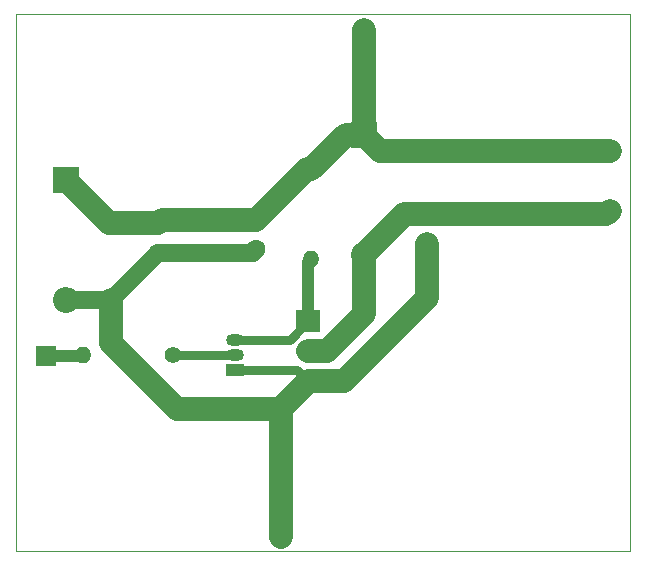
<source format=gbr>
%TF.GenerationSoftware,KiCad,Pcbnew,(6.0.4-0)*%
%TF.CreationDate,2023-05-10T13:58:51+03:00*%
%TF.ProjectId,n-channel,6e2d6368-616e-46e6-956c-2e6b69636164,rev?*%
%TF.SameCoordinates,Original*%
%TF.FileFunction,Copper,L1,Top*%
%TF.FilePolarity,Positive*%
%FSLAX46Y46*%
G04 Gerber Fmt 4.6, Leading zero omitted, Abs format (unit mm)*
G04 Created by KiCad (PCBNEW (6.0.4-0)) date 2023-05-10 13:58:51*
%MOMM*%
%LPD*%
G01*
G04 APERTURE LIST*
%TA.AperFunction,Profile*%
%ADD10C,0.050000*%
%TD*%
%TA.AperFunction,ComponentPad*%
%ADD11O,1.400000X1.400000*%
%TD*%
%TA.AperFunction,ComponentPad*%
%ADD12C,1.400000*%
%TD*%
%TA.AperFunction,ComponentPad*%
%ADD13R,1.700000X1.700000*%
%TD*%
%TA.AperFunction,ComponentPad*%
%ADD14O,2.000000X1.905000*%
%TD*%
%TA.AperFunction,ComponentPad*%
%ADD15R,2.000000X1.905000*%
%TD*%
%TA.AperFunction,ComponentPad*%
%ADD16R,1.500000X1.050000*%
%TD*%
%TA.AperFunction,ComponentPad*%
%ADD17O,1.500000X1.050000*%
%TD*%
%TA.AperFunction,ComponentPad*%
%ADD18O,2.200000X2.200000*%
%TD*%
%TA.AperFunction,ComponentPad*%
%ADD19R,2.200000X2.200000*%
%TD*%
%TA.AperFunction,ComponentPad*%
%ADD20C,1.600000*%
%TD*%
%TA.AperFunction,ComponentPad*%
%ADD21R,1.600000X1.600000*%
%TD*%
%TA.AperFunction,Conductor*%
%ADD22C,2.000000*%
%TD*%
%TA.AperFunction,Conductor*%
%ADD23C,1.500000*%
%TD*%
%TA.AperFunction,Conductor*%
%ADD24C,0.800000*%
%TD*%
%TA.AperFunction,Conductor*%
%ADD25C,1.000000*%
%TD*%
G04 APERTURE END LIST*
D10*
X2000000Y2000000D02*
X2000000Y47500000D01*
X2000000Y2000000D02*
X54000000Y2000000D01*
X54000000Y47500000D02*
X54000000Y2000000D01*
X2000000Y47500000D02*
X54000000Y47500000D01*
D11*
X7739200Y18640800D03*
D12*
X15359200Y18640800D03*
D13*
X4589600Y18539200D03*
D11*
X26992400Y26718000D03*
D12*
X26992400Y34338000D03*
D14*
X26789200Y16405600D03*
X26789200Y18945600D03*
D15*
X26789200Y21485600D03*
D16*
X20540800Y17370800D03*
D17*
X20540800Y19910800D03*
X20540800Y18640800D03*
D18*
X6266000Y23263600D03*
D19*
X6266000Y33423600D03*
D18*
X31513600Y27124400D03*
D19*
X31513600Y37284400D03*
D20*
X14089200Y27266000D03*
D21*
X14089200Y29766000D03*
D20*
X22369600Y27570800D03*
X22369600Y30070800D03*
X36847600Y28028000D03*
X36847600Y30528000D03*
D22*
X15664000Y14068800D02*
X10086800Y19646000D01*
X10086800Y19646000D02*
X10086800Y23263600D01*
D23*
X14089200Y27266000D02*
X22064800Y27266000D01*
X22064800Y27266000D02*
X22369600Y27570800D01*
X6266000Y23263600D02*
X10086800Y23263600D01*
X10086800Y23263600D02*
X14089200Y27266000D01*
D22*
X15664000Y14068800D02*
X24452400Y14068800D01*
D24*
X20540800Y18640800D02*
X15359200Y18640800D01*
X25824000Y17370800D02*
X26789200Y16405600D01*
X20540800Y17370800D02*
X25824000Y17370800D01*
D22*
X24452400Y14068800D02*
X26789200Y16405600D01*
X36847600Y23464000D02*
X36847600Y28028000D01*
X29789200Y16405600D02*
X36847600Y23464000D01*
X26789200Y16405600D02*
X29789200Y16405600D01*
X24452400Y14068800D02*
X24452400Y3197600D01*
X31513600Y22097498D02*
X31513600Y27124400D01*
X28361702Y18945600D02*
X31513600Y22097498D01*
X26789200Y18945600D02*
X28361702Y18945600D01*
X34917200Y30528000D02*
X36847600Y30528000D01*
X31513600Y27124400D02*
X34917200Y30528000D01*
X51986000Y30528000D02*
X52290800Y30832800D01*
X36847600Y30528000D02*
X51986000Y30528000D01*
X32885200Y35912800D02*
X31513600Y37284400D01*
X52290800Y35912800D02*
X32885200Y35912800D01*
X29938800Y37284400D02*
X26992400Y34338000D01*
X31513600Y37284400D02*
X29938800Y37284400D01*
X26636800Y34338000D02*
X22369600Y30070800D01*
X26992400Y34338000D02*
X26636800Y34338000D01*
X14394000Y30070800D02*
X14089200Y29766000D01*
X22369600Y30070800D02*
X14394000Y30070800D01*
X9923600Y29766000D02*
X6266000Y33423600D01*
X14089200Y29766000D02*
X9923600Y29766000D01*
X31513600Y37284400D02*
X31513600Y46174400D01*
D24*
X25214400Y19910800D02*
X26789200Y21485600D01*
X20540800Y19910800D02*
X25214400Y19910800D01*
D25*
X26789200Y26514800D02*
X26992400Y26718000D01*
X26789200Y21485600D02*
X26789200Y26514800D01*
X4589600Y18539200D02*
X7790000Y18539200D01*
M02*

</source>
